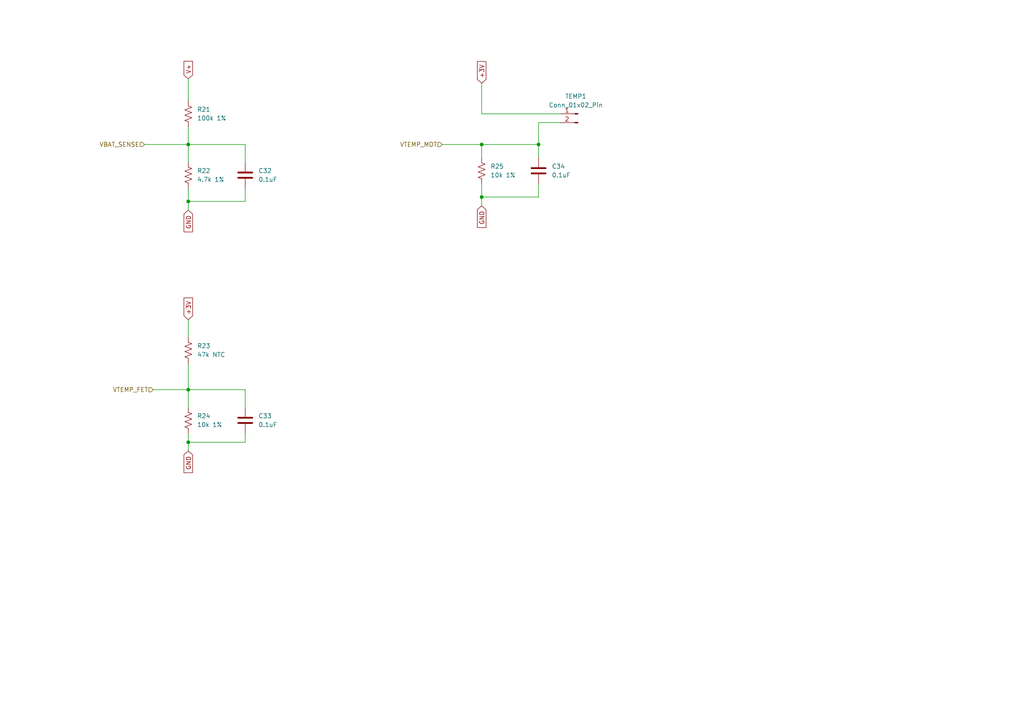
<source format=kicad_sch>
(kicad_sch
	(version 20231120)
	(generator "eeschema")
	(generator_version "8.0")
	(uuid "5644c9c5-4113-4a8a-931a-a19755fdb5aa")
	(paper "A4")
	(title_block
		(title "moteus-x1")
		(rev "1")
	)
	(lib_symbols
		(symbol "Connector:Conn_01x02_Pin"
			(pin_names
				(offset 1.016) hide)
			(exclude_from_sim no)
			(in_bom yes)
			(on_board yes)
			(property "Reference" "J"
				(at 0 2.54 0)
				(effects
					(font
						(size 1.27 1.27)
					)
				)
			)
			(property "Value" "Conn_01x02_Pin"
				(at 0 -5.08 0)
				(effects
					(font
						(size 1.27 1.27)
					)
				)
			)
			(property "Footprint" ""
				(at 0 0 0)
				(effects
					(font
						(size 1.27 1.27)
					)
					(hide yes)
				)
			)
			(property "Datasheet" "~"
				(at 0 0 0)
				(effects
					(font
						(size 1.27 1.27)
					)
					(hide yes)
				)
			)
			(property "Description" "Generic connector, single row, 01x02, script generated"
				(at 0 0 0)
				(effects
					(font
						(size 1.27 1.27)
					)
					(hide yes)
				)
			)
			(property "ki_locked" ""
				(at 0 0 0)
				(effects
					(font
						(size 1.27 1.27)
					)
				)
			)
			(property "ki_keywords" "connector"
				(at 0 0 0)
				(effects
					(font
						(size 1.27 1.27)
					)
					(hide yes)
				)
			)
			(property "ki_fp_filters" "Connector*:*_1x??_*"
				(at 0 0 0)
				(effects
					(font
						(size 1.27 1.27)
					)
					(hide yes)
				)
			)
			(symbol "Conn_01x02_Pin_1_1"
				(polyline
					(pts
						(xy 1.27 -2.54) (xy 0.8636 -2.54)
					)
					(stroke
						(width 0.1524)
						(type default)
					)
					(fill
						(type none)
					)
				)
				(polyline
					(pts
						(xy 1.27 0) (xy 0.8636 0)
					)
					(stroke
						(width 0.1524)
						(type default)
					)
					(fill
						(type none)
					)
				)
				(rectangle
					(start 0.8636 -2.413)
					(end 0 -2.667)
					(stroke
						(width 0.1524)
						(type default)
					)
					(fill
						(type outline)
					)
				)
				(rectangle
					(start 0.8636 0.127)
					(end 0 -0.127)
					(stroke
						(width 0.1524)
						(type default)
					)
					(fill
						(type outline)
					)
				)
				(pin passive line
					(at 5.08 0 180)
					(length 3.81)
					(name "Pin_1"
						(effects
							(font
								(size 1.27 1.27)
							)
						)
					)
					(number "1"
						(effects
							(font
								(size 1.27 1.27)
							)
						)
					)
				)
				(pin passive line
					(at 5.08 -2.54 180)
					(length 3.81)
					(name "Pin_2"
						(effects
							(font
								(size 1.27 1.27)
							)
						)
					)
					(number "2"
						(effects
							(font
								(size 1.27 1.27)
							)
						)
					)
				)
			)
		)
		(symbol "Device:C"
			(pin_numbers hide)
			(pin_names
				(offset 0.254)
			)
			(exclude_from_sim no)
			(in_bom yes)
			(on_board yes)
			(property "Reference" "C"
				(at 0.635 2.54 0)
				(effects
					(font
						(size 1.27 1.27)
					)
					(justify left)
				)
			)
			(property "Value" "C"
				(at 0.635 -2.54 0)
				(effects
					(font
						(size 1.27 1.27)
					)
					(justify left)
				)
			)
			(property "Footprint" ""
				(at 0.9652 -3.81 0)
				(effects
					(font
						(size 1.27 1.27)
					)
					(hide yes)
				)
			)
			(property "Datasheet" "~"
				(at 0 0 0)
				(effects
					(font
						(size 1.27 1.27)
					)
					(hide yes)
				)
			)
			(property "Description" "Unpolarized capacitor"
				(at 0 0 0)
				(effects
					(font
						(size 1.27 1.27)
					)
					(hide yes)
				)
			)
			(property "ki_keywords" "cap capacitor"
				(at 0 0 0)
				(effects
					(font
						(size 1.27 1.27)
					)
					(hide yes)
				)
			)
			(property "ki_fp_filters" "C_*"
				(at 0 0 0)
				(effects
					(font
						(size 1.27 1.27)
					)
					(hide yes)
				)
			)
			(symbol "C_0_1"
				(polyline
					(pts
						(xy -2.032 -0.762) (xy 2.032 -0.762)
					)
					(stroke
						(width 0.508)
						(type default)
					)
					(fill
						(type none)
					)
				)
				(polyline
					(pts
						(xy -2.032 0.762) (xy 2.032 0.762)
					)
					(stroke
						(width 0.508)
						(type default)
					)
					(fill
						(type none)
					)
				)
			)
			(symbol "C_1_1"
				(pin passive line
					(at 0 3.81 270)
					(length 2.794)
					(name "~"
						(effects
							(font
								(size 1.27 1.27)
							)
						)
					)
					(number "1"
						(effects
							(font
								(size 1.27 1.27)
							)
						)
					)
				)
				(pin passive line
					(at 0 -3.81 90)
					(length 2.794)
					(name "~"
						(effects
							(font
								(size 1.27 1.27)
							)
						)
					)
					(number "2"
						(effects
							(font
								(size 1.27 1.27)
							)
						)
					)
				)
			)
		)
		(symbol "Device:R_US"
			(pin_numbers hide)
			(pin_names
				(offset 0)
			)
			(exclude_from_sim no)
			(in_bom yes)
			(on_board yes)
			(property "Reference" "R"
				(at 2.54 0 90)
				(effects
					(font
						(size 1.27 1.27)
					)
				)
			)
			(property "Value" "R_US"
				(at -2.54 0 90)
				(effects
					(font
						(size 1.27 1.27)
					)
				)
			)
			(property "Footprint" ""
				(at 1.016 -0.254 90)
				(effects
					(font
						(size 1.27 1.27)
					)
					(hide yes)
				)
			)
			(property "Datasheet" "~"
				(at 0 0 0)
				(effects
					(font
						(size 1.27 1.27)
					)
					(hide yes)
				)
			)
			(property "Description" "Resistor, US symbol"
				(at 0 0 0)
				(effects
					(font
						(size 1.27 1.27)
					)
					(hide yes)
				)
			)
			(property "ki_keywords" "R res resistor"
				(at 0 0 0)
				(effects
					(font
						(size 1.27 1.27)
					)
					(hide yes)
				)
			)
			(property "ki_fp_filters" "R_*"
				(at 0 0 0)
				(effects
					(font
						(size 1.27 1.27)
					)
					(hide yes)
				)
			)
			(symbol "R_US_0_1"
				(polyline
					(pts
						(xy 0 -2.286) (xy 0 -2.54)
					)
					(stroke
						(width 0)
						(type default)
					)
					(fill
						(type none)
					)
				)
				(polyline
					(pts
						(xy 0 2.286) (xy 0 2.54)
					)
					(stroke
						(width 0)
						(type default)
					)
					(fill
						(type none)
					)
				)
				(polyline
					(pts
						(xy 0 -0.762) (xy 1.016 -1.143) (xy 0 -1.524) (xy -1.016 -1.905) (xy 0 -2.286)
					)
					(stroke
						(width 0)
						(type default)
					)
					(fill
						(type none)
					)
				)
				(polyline
					(pts
						(xy 0 0.762) (xy 1.016 0.381) (xy 0 0) (xy -1.016 -0.381) (xy 0 -0.762)
					)
					(stroke
						(width 0)
						(type default)
					)
					(fill
						(type none)
					)
				)
				(polyline
					(pts
						(xy 0 2.286) (xy 1.016 1.905) (xy 0 1.524) (xy -1.016 1.143) (xy 0 0.762)
					)
					(stroke
						(width 0)
						(type default)
					)
					(fill
						(type none)
					)
				)
			)
			(symbol "R_US_1_1"
				(pin passive line
					(at 0 3.81 270)
					(length 1.27)
					(name "~"
						(effects
							(font
								(size 1.27 1.27)
							)
						)
					)
					(number "1"
						(effects
							(font
								(size 1.27 1.27)
							)
						)
					)
				)
				(pin passive line
					(at 0 -3.81 90)
					(length 1.27)
					(name "~"
						(effects
							(font
								(size 1.27 1.27)
							)
						)
					)
					(number "2"
						(effects
							(font
								(size 1.27 1.27)
							)
						)
					)
				)
			)
		)
	)
	(junction
		(at 54.61 113.03)
		(diameter 0)
		(color 0 0 0 0)
		(uuid "0a3fd369-17f2-4b86-b6e7-e82f4780dea9")
	)
	(junction
		(at 139.7 57.15)
		(diameter 0)
		(color 0 0 0 0)
		(uuid "44a3471b-f8df-4583-b6ec-733853c8fa94")
	)
	(junction
		(at 156.21 41.91)
		(diameter 0)
		(color 0 0 0 0)
		(uuid "5581859f-4b28-4fa4-9e81-4ca0e3408f30")
	)
	(junction
		(at 139.7 41.91)
		(diameter 0)
		(color 0 0 0 0)
		(uuid "57bf3918-778a-4da6-9f22-58ba3438c010")
	)
	(junction
		(at 54.61 41.91)
		(diameter 0)
		(color 0 0 0 0)
		(uuid "6355c5a7-9594-4e78-bdb5-349cfcef03f5")
	)
	(junction
		(at 54.61 128.27)
		(diameter 0)
		(color 0 0 0 0)
		(uuid "af14d115-aca9-4fe9-8e66-106a6ad8d0e6")
	)
	(junction
		(at 54.61 58.42)
		(diameter 0)
		(color 0 0 0 0)
		(uuid "df546345-6529-4ac3-b72e-2a10f6b3e783")
	)
	(wire
		(pts
			(xy 54.61 58.42) (xy 54.61 60.96)
		)
		(stroke
			(width 0)
			(type default)
		)
		(uuid "05279b99-78ef-47b3-90b3-68e3d2c4ccf9")
	)
	(wire
		(pts
			(xy 54.61 36.83) (xy 54.61 41.91)
		)
		(stroke
			(width 0)
			(type default)
		)
		(uuid "0e7c5b17-d2f0-47fd-bafc-2a931d0d6979")
	)
	(wire
		(pts
			(xy 139.7 57.15) (xy 139.7 59.69)
		)
		(stroke
			(width 0)
			(type default)
		)
		(uuid "1bad80fd-09a6-4509-875a-77ae2c779b27")
	)
	(wire
		(pts
			(xy 54.61 92.71) (xy 54.61 97.79)
		)
		(stroke
			(width 0)
			(type default)
		)
		(uuid "213bfd29-7c42-406e-ad37-fce90b52812c")
	)
	(wire
		(pts
			(xy 139.7 53.34) (xy 139.7 57.15)
		)
		(stroke
			(width 0)
			(type default)
		)
		(uuid "36ecb29d-54d8-4743-9518-29941dfc3009")
	)
	(wire
		(pts
			(xy 139.7 41.91) (xy 139.7 45.72)
		)
		(stroke
			(width 0)
			(type default)
		)
		(uuid "446a72b4-0404-4da8-a8a6-a9c27b978368")
	)
	(wire
		(pts
			(xy 128.27 41.91) (xy 139.7 41.91)
		)
		(stroke
			(width 0)
			(type default)
		)
		(uuid "48e2c340-19a7-4acd-949f-80920c9aab82")
	)
	(wire
		(pts
			(xy 139.7 57.15) (xy 156.21 57.15)
		)
		(stroke
			(width 0)
			(type default)
		)
		(uuid "4b2e5ff9-45d8-4a1d-a4db-22dd86c95e72")
	)
	(wire
		(pts
			(xy 156.21 35.56) (xy 162.56 35.56)
		)
		(stroke
			(width 0)
			(type default)
		)
		(uuid "523c1125-3e83-4d11-82bc-f3cb89894f9a")
	)
	(wire
		(pts
			(xy 54.61 113.03) (xy 54.61 118.11)
		)
		(stroke
			(width 0)
			(type default)
		)
		(uuid "54ff81f9-014e-4d6a-8562-fc449b5b5354")
	)
	(wire
		(pts
			(xy 71.12 58.42) (xy 71.12 54.61)
		)
		(stroke
			(width 0)
			(type default)
		)
		(uuid "5935ff60-4e98-4b98-8f0f-5fb14451f6d9")
	)
	(wire
		(pts
			(xy 54.61 41.91) (xy 54.61 46.99)
		)
		(stroke
			(width 0)
			(type default)
		)
		(uuid "7aa12540-baac-4ac2-bc51-5ffb0268c7a0")
	)
	(wire
		(pts
			(xy 54.61 54.61) (xy 54.61 58.42)
		)
		(stroke
			(width 0)
			(type default)
		)
		(uuid "83d41dd2-4a0b-4eef-b613-aa33b7420fbc")
	)
	(wire
		(pts
			(xy 156.21 41.91) (xy 156.21 45.72)
		)
		(stroke
			(width 0)
			(type default)
		)
		(uuid "8660b560-18bc-4353-ab00-fe1ddf2da257")
	)
	(wire
		(pts
			(xy 71.12 128.27) (xy 71.12 125.73)
		)
		(stroke
			(width 0)
			(type default)
		)
		(uuid "877c9a4e-2568-4441-b360-9c7c493a99c5")
	)
	(wire
		(pts
			(xy 54.61 41.91) (xy 71.12 41.91)
		)
		(stroke
			(width 0)
			(type default)
		)
		(uuid "8a80da06-28ee-4bb5-935c-c1073d894727")
	)
	(wire
		(pts
			(xy 54.61 58.42) (xy 71.12 58.42)
		)
		(stroke
			(width 0)
			(type default)
		)
		(uuid "8f6d78a0-d5c0-41ec-aebf-506e8577ebce")
	)
	(wire
		(pts
			(xy 139.7 33.02) (xy 162.56 33.02)
		)
		(stroke
			(width 0)
			(type default)
		)
		(uuid "9b7801a2-74bd-4d6d-9696-380914c4d446")
	)
	(wire
		(pts
			(xy 54.61 128.27) (xy 54.61 130.81)
		)
		(stroke
			(width 0)
			(type default)
		)
		(uuid "a4cca612-98c9-4ac1-9853-626345575cde")
	)
	(wire
		(pts
			(xy 139.7 41.91) (xy 156.21 41.91)
		)
		(stroke
			(width 0)
			(type default)
		)
		(uuid "aa8ee67f-f2d5-417d-bdb6-1e0934ce6d1b")
	)
	(wire
		(pts
			(xy 54.61 22.86) (xy 54.61 29.21)
		)
		(stroke
			(width 0)
			(type default)
		)
		(uuid "b8d3967a-e8da-448f-8808-f8f8a41216ef")
	)
	(wire
		(pts
			(xy 139.7 24.13) (xy 139.7 33.02)
		)
		(stroke
			(width 0)
			(type default)
		)
		(uuid "bd34a733-6d9c-4b7c-bf96-3d29714b0908")
	)
	(wire
		(pts
			(xy 54.61 128.27) (xy 71.12 128.27)
		)
		(stroke
			(width 0)
			(type default)
		)
		(uuid "c96fe059-951d-42d8-8b20-fb1003595c34")
	)
	(wire
		(pts
			(xy 44.45 113.03) (xy 54.61 113.03)
		)
		(stroke
			(width 0)
			(type default)
		)
		(uuid "ca60a134-a3c4-45e1-b5b4-bb4566358246")
	)
	(wire
		(pts
			(xy 156.21 57.15) (xy 156.21 53.34)
		)
		(stroke
			(width 0)
			(type default)
		)
		(uuid "ca6c2038-10ad-4bbc-bc3e-65af57aee875")
	)
	(wire
		(pts
			(xy 54.61 113.03) (xy 71.12 113.03)
		)
		(stroke
			(width 0)
			(type default)
		)
		(uuid "d626a1b5-9fc2-4ee0-881d-7da341a2c30e")
	)
	(wire
		(pts
			(xy 54.61 105.41) (xy 54.61 113.03)
		)
		(stroke
			(width 0)
			(type default)
		)
		(uuid "ddde61c7-bfb1-4036-b138-8a2093a46c79")
	)
	(wire
		(pts
			(xy 71.12 46.99) (xy 71.12 41.91)
		)
		(stroke
			(width 0)
			(type default)
		)
		(uuid "dec4a29a-bc72-4219-8000-a2af05481b42")
	)
	(wire
		(pts
			(xy 41.91 41.91) (xy 54.61 41.91)
		)
		(stroke
			(width 0)
			(type default)
		)
		(uuid "e39f01d6-c5ad-4c1f-a0e0-20f7c92f1ee0")
	)
	(wire
		(pts
			(xy 54.61 125.73) (xy 54.61 128.27)
		)
		(stroke
			(width 0)
			(type default)
		)
		(uuid "efc085a0-1e9a-4069-a414-1636ae5ade69")
	)
	(wire
		(pts
			(xy 71.12 113.03) (xy 71.12 118.11)
		)
		(stroke
			(width 0)
			(type default)
		)
		(uuid "fa5df1f4-206b-4df0-a662-8c755e02dfa0")
	)
	(wire
		(pts
			(xy 156.21 41.91) (xy 156.21 35.56)
		)
		(stroke
			(width 0)
			(type default)
		)
		(uuid "fa80245a-06a4-4c6b-a90b-056e1674cfb6")
	)
	(global_label "+3V"
		(shape input)
		(at 54.61 92.71 90)
		(fields_autoplaced yes)
		(effects
			(font
				(size 1.27 1.27)
			)
			(justify left)
		)
		(uuid "2b3ea5f5-6d29-4596-a162-e8c287de7e7c")
		(property "Intersheetrefs" "${INTERSHEET_REFS}"
			(at 54.61 85.8543 90)
			(effects
				(font
					(size 1.27 1.27)
				)
				(justify left)
				(hide yes)
			)
		)
	)
	(global_label "V+"
		(shape input)
		(at 54.61 22.86 90)
		(fields_autoplaced yes)
		(effects
			(font
				(size 1.27 1.27)
			)
			(justify left)
		)
		(uuid "6734b807-b228-4101-8a07-cb9262628f6d")
		(property "Intersheetrefs" "${INTERSHEET_REFS}"
			(at 54.61 17.2138 90)
			(effects
				(font
					(size 1.27 1.27)
				)
				(justify left)
				(hide yes)
			)
		)
	)
	(global_label "+3V"
		(shape input)
		(at 139.7 24.13 90)
		(fields_autoplaced yes)
		(effects
			(font
				(size 1.27 1.27)
			)
			(justify left)
		)
		(uuid "6d2aa085-167a-4d09-8b62-514a1e98558b")
		(property "Intersheetrefs" "${INTERSHEET_REFS}"
			(at 139.7 17.2743 90)
			(effects
				(font
					(size 1.27 1.27)
				)
				(justify left)
				(hide yes)
			)
		)
	)
	(global_label "GND"
		(shape input)
		(at 54.61 60.96 270)
		(fields_autoplaced yes)
		(effects
			(font
				(size 1.27 1.27)
			)
			(justify right)
		)
		(uuid "8b735d53-d04b-4590-88f1-92bc983e7f13")
		(property "Intersheetrefs" "${INTERSHEET_REFS}"
			(at 54.61 67.8157 90)
			(effects
				(font
					(size 1.27 1.27)
				)
				(justify right)
				(hide yes)
			)
		)
	)
	(global_label "GND"
		(shape input)
		(at 54.61 130.81 270)
		(fields_autoplaced yes)
		(effects
			(font
				(size 1.27 1.27)
			)
			(justify right)
		)
		(uuid "b8414077-9c9e-48c9-8411-d089cdf949ee")
		(property "Intersheetrefs" "${INTERSHEET_REFS}"
			(at 54.61 137.6657 90)
			(effects
				(font
					(size 1.27 1.27)
				)
				(justify right)
				(hide yes)
			)
		)
	)
	(global_label "GND"
		(shape input)
		(at 139.7 59.69 270)
		(fields_autoplaced yes)
		(effects
			(font
				(size 1.27 1.27)
			)
			(justify right)
		)
		(uuid "c2124ad7-d5cb-46ca-bb6d-fc1145de07b0")
		(property "Intersheetrefs" "${INTERSHEET_REFS}"
			(at 139.7 66.5457 90)
			(effects
				(font
					(size 1.27 1.27)
				)
				(justify right)
				(hide yes)
			)
		)
	)
	(hierarchical_label "VTEMP_MOT"
		(shape input)
		(at 128.27 41.91 180)
		(fields_autoplaced yes)
		(effects
			(font
				(size 1.27 1.27)
			)
			(justify right)
		)
		(uuid "12567e95-03d8-4b12-94ce-d935d74e3972")
	)
	(hierarchical_label "VBAT_SENSE"
		(shape input)
		(at 41.91 41.91 180)
		(fields_autoplaced yes)
		(effects
			(font
				(size 1.27 1.27)
			)
			(justify right)
		)
		(uuid "1fd49181-528c-4ed9-8925-6998c7eb3453")
	)
	(hierarchical_label "VTEMP_FET"
		(shape input)
		(at 44.45 113.03 180)
		(fields_autoplaced yes)
		(effects
			(font
				(size 1.27 1.27)
			)
			(justify right)
		)
		(uuid "a80e6280-b9bc-48dc-9087-c28434b620c3")
	)
	(symbol
		(lib_id "Connector:Conn_01x02_Pin")
		(at 167.64 33.02 0)
		(mirror y)
		(unit 1)
		(exclude_from_sim no)
		(in_bom no)
		(on_board yes)
		(dnp no)
		(uuid "03c87e37-ce59-4537-8993-9261c4fe2dda")
		(property "Reference" "TEMP1"
			(at 167.005 27.94 0)
			(effects
				(font
					(size 1.27 1.27)
				)
			)
		)
		(property "Value" "Conn_01x02_Pin"
			(at 167.005 30.48 0)
			(effects
				(font
					(size 1.27 1.27)
				)
			)
		)
		(property "Footprint" "Connector_PinHeader_2.54mm:PinHeader_1x02_P2.54mm_Vertical"
			(at 167.64 33.02 0)
			(effects
				(font
					(size 1.27 1.27)
				)
				(hide yes)
			)
		)
		(property "Datasheet" "~"
			(at 167.64 33.02 0)
			(effects
				(font
					(size 1.27 1.27)
				)
				(hide yes)
			)
		)
		(property "Description" ""
			(at 167.64 33.02 0)
			(effects
				(font
					(size 1.27 1.27)
				)
				(hide yes)
			)
		)
		(pin "1"
			(uuid "665c8f10-5dd5-489c-9700-0c17ef5493da")
		)
		(pin "2"
			(uuid "17ac0476-94cc-46dd-8397-4ec216196cc9")
		)
		(instances
			(project "moteus_x1"
				(path "/bd70986b-b0dc-4add-82aa-78459b97d0c4/48d13d89-b8be-47a2-a862-a49a2f59de27"
					(reference "TEMP1")
					(unit 1)
				)
			)
		)
	)
	(symbol
		(lib_id "Device:C")
		(at 71.12 121.92 0)
		(unit 1)
		(exclude_from_sim no)
		(in_bom yes)
		(on_board yes)
		(dnp no)
		(fields_autoplaced yes)
		(uuid "1489ad61-356a-403a-8762-f59d5bb55035")
		(property "Reference" "C33"
			(at 74.93 120.65 0)
			(effects
				(font
					(size 1.27 1.27)
				)
				(justify left)
			)
		)
		(property "Value" "0.1uF"
			(at 74.93 123.19 0)
			(effects
				(font
					(size 1.27 1.27)
				)
				(justify left)
			)
		)
		(property "Footprint" "Capacitor_SMD:C_0402_1005Metric"
			(at 72.0852 125.73 0)
			(effects
				(font
					(size 1.27 1.27)
				)
				(hide yes)
			)
		)
		(property "Datasheet" "~"
			(at 71.12 121.92 0)
			(effects
				(font
					(size 1.27 1.27)
				)
				(hide yes)
			)
		)
		(property "Description" ""
			(at 71.12 121.92 0)
			(effects
				(font
					(size 1.27 1.27)
				)
				(hide yes)
			)
		)
		(property "MPN" "MF-CAP-0402-0.1uF"
			(at 71.12 121.92 0)
			(effects
				(font
					(size 1.27 1.27)
				)
				(hide yes)
			)
		)
		(property "POPULATE" "1"
			(at 71.12 121.92 0)
			(effects
				(font
					(size 1.27 1.27)
				)
				(hide yes)
			)
		)
		(pin "1"
			(uuid "f45b8784-8c1e-4f6c-8204-ed3297128b72")
		)
		(pin "2"
			(uuid "ea6de24d-836c-4981-94a9-81cbf7ff72d4")
		)
		(instances
			(project "moteus_x1"
				(path "/bd70986b-b0dc-4add-82aa-78459b97d0c4/48d13d89-b8be-47a2-a862-a49a2f59de27"
					(reference "C33")
					(unit 1)
				)
			)
		)
	)
	(symbol
		(lib_id "Device:R_US")
		(at 54.61 50.8 0)
		(unit 1)
		(exclude_from_sim no)
		(in_bom yes)
		(on_board yes)
		(dnp no)
		(fields_autoplaced yes)
		(uuid "5a2e9b40-268f-4e18-ac11-a0f96b60dbc5")
		(property "Reference" "R22"
			(at 57.15 49.53 0)
			(effects
				(font
					(size 1.27 1.27)
				)
				(justify left)
			)
		)
		(property "Value" "4.7k 1%"
			(at 57.15 52.07 0)
			(effects
				(font
					(size 1.27 1.27)
				)
				(justify left)
			)
		)
		(property "Footprint" "Resistor_SMD:R_0402_1005Metric"
			(at 55.626 51.054 90)
			(effects
				(font
					(size 1.27 1.27)
				)
				(hide yes)
			)
		)
		(property "Datasheet" "~"
			(at 54.61 50.8 0)
			(effects
				(font
					(size 1.27 1.27)
				)
				(hide yes)
			)
		)
		(property "Description" ""
			(at 54.61 50.8 0)
			(effects
				(font
					(size 1.27 1.27)
				)
				(hide yes)
			)
		)
		(property "MPN" "RC0402FR-074K7L"
			(at 54.61 50.8 0)
			(effects
				(font
					(size 1.27 1.27)
				)
				(hide yes)
			)
		)
		(property "MF" "YAGEO"
			(at 54.61 50.8 0)
			(effects
				(font
					(size 1.27 1.27)
				)
				(hide yes)
			)
		)
		(property "POPULATE" "1"
			(at 54.61 50.8 0)
			(effects
				(font
					(size 1.27 1.27)
				)
				(hide yes)
			)
		)
		(pin "1"
			(uuid "9884bda4-6c2b-4d73-b965-07331942c656")
		)
		(pin "2"
			(uuid "04e71e1c-6e4d-4128-93a1-837291967ddf")
		)
		(instances
			(project "moteus_x1"
				(path "/bd70986b-b0dc-4add-82aa-78459b97d0c4/48d13d89-b8be-47a2-a862-a49a2f59de27"
					(reference "R22")
					(unit 1)
				)
			)
		)
	)
	(symbol
		(lib_id "Device:R_US")
		(at 54.61 121.92 0)
		(unit 1)
		(exclude_from_sim no)
		(in_bom yes)
		(on_board yes)
		(dnp no)
		(fields_autoplaced yes)
		(uuid "6d0347a9-6359-4310-a55e-f457a87af735")
		(property "Reference" "R24"
			(at 57.15 120.65 0)
			(effects
				(font
					(size 1.27 1.27)
				)
				(justify left)
			)
		)
		(property "Value" "10k 1%"
			(at 57.15 123.19 0)
			(effects
				(font
					(size 1.27 1.27)
				)
				(justify left)
			)
		)
		(property "Footprint" "Resistor_SMD:R_0402_1005Metric"
			(at 55.626 122.174 90)
			(effects
				(font
					(size 1.27 1.27)
				)
				(hide yes)
			)
		)
		(property "Datasheet" "~"
			(at 54.61 121.92 0)
			(effects
				(font
					(size 1.27 1.27)
				)
				(hide yes)
			)
		)
		(property "Description" ""
			(at 54.61 121.92 0)
			(effects
				(font
					(size 1.27 1.27)
				)
				(hide yes)
			)
		)
		(property "MPN" "RC0402FR-0710KL"
			(at 54.61 121.92 0)
			(effects
				(font
					(size 1.27 1.27)
				)
				(hide yes)
			)
		)
		(property "MF" "YAGEO"
			(at 54.61 121.92 0)
			(effects
				(font
					(size 1.27 1.27)
				)
				(hide yes)
			)
		)
		(property "POPULATE" "1"
			(at 54.61 121.92 0)
			(effects
				(font
					(size 1.27 1.27)
				)
				(hide yes)
			)
		)
		(pin "1"
			(uuid "a047516d-ff67-4406-88e1-5a39c1b3b906")
		)
		(pin "2"
			(uuid "e22c0ded-f490-4ba0-ac9a-1de3ea1d79a0")
		)
		(instances
			(project "moteus_x1"
				(path "/bd70986b-b0dc-4add-82aa-78459b97d0c4/48d13d89-b8be-47a2-a862-a49a2f59de27"
					(reference "R24")
					(unit 1)
				)
			)
		)
	)
	(symbol
		(lib_id "Device:R_US")
		(at 139.7 49.53 0)
		(unit 1)
		(exclude_from_sim no)
		(in_bom yes)
		(on_board yes)
		(dnp no)
		(fields_autoplaced yes)
		(uuid "9426754d-e386-43f1-829b-faf14b6449bb")
		(property "Reference" "R25"
			(at 142.24 48.26 0)
			(effects
				(font
					(size 1.27 1.27)
				)
				(justify left)
			)
		)
		(property "Value" "10k 1%"
			(at 142.24 50.8 0)
			(effects
				(font
					(size 1.27 1.27)
				)
				(justify left)
			)
		)
		(property "Footprint" "Resistor_SMD:R_0402_1005Metric"
			(at 140.716 49.784 90)
			(effects
				(font
					(size 1.27 1.27)
				)
				(hide yes)
			)
		)
		(property "Datasheet" "~"
			(at 139.7 49.53 0)
			(effects
				(font
					(size 1.27 1.27)
				)
				(hide yes)
			)
		)
		(property "Description" ""
			(at 139.7 49.53 0)
			(effects
				(font
					(size 1.27 1.27)
				)
				(hide yes)
			)
		)
		(property "MPN" "RC0402FR-0710KL"
			(at 139.7 49.53 0)
			(effects
				(font
					(size 1.27 1.27)
				)
				(hide yes)
			)
		)
		(property "MF" "YAGEO"
			(at 139.7 49.53 0)
			(effects
				(font
					(size 1.27 1.27)
				)
				(hide yes)
			)
		)
		(property "POPULATE" "1"
			(at 139.7 49.53 0)
			(effects
				(font
					(size 1.27 1.27)
				)
				(hide yes)
			)
		)
		(pin "1"
			(uuid "df41c009-5bd6-460c-a258-9f2dea28b2a6")
		)
		(pin "2"
			(uuid "bbeee05b-91d7-4b45-ae40-f65358f6eb76")
		)
		(instances
			(project "moteus_x1"
				(path "/bd70986b-b0dc-4add-82aa-78459b97d0c4/48d13d89-b8be-47a2-a862-a49a2f59de27"
					(reference "R25")
					(unit 1)
				)
			)
		)
	)
	(symbol
		(lib_id "Device:C")
		(at 71.12 50.8 0)
		(unit 1)
		(exclude_from_sim no)
		(in_bom yes)
		(on_board yes)
		(dnp no)
		(fields_autoplaced yes)
		(uuid "a25f8fd5-816e-4f92-ab5d-5d87a7ce554c")
		(property "Reference" "C32"
			(at 74.93 49.53 0)
			(effects
				(font
					(size 1.27 1.27)
				)
				(justify left)
			)
		)
		(property "Value" "0.1uF"
			(at 74.93 52.07 0)
			(effects
				(font
					(size 1.27 1.27)
				)
				(justify left)
			)
		)
		(property "Footprint" "Capacitor_SMD:C_0402_1005Metric"
			(at 72.0852 54.61 0)
			(effects
				(font
					(size 1.27 1.27)
				)
				(hide yes)
			)
		)
		(property "Datasheet" "~"
			(at 71.12 50.8 0)
			(effects
				(font
					(size 1.27 1.27)
				)
				(hide yes)
			)
		)
		(property "Description" ""
			(at 71.12 50.8 0)
			(effects
				(font
					(size 1.27 1.27)
				)
				(hide yes)
			)
		)
		(property "MPN" "MF-CAP-0402-0.1uF"
			(at 71.12 50.8 0)
			(effects
				(font
					(size 1.27 1.27)
				)
				(hide yes)
			)
		)
		(property "POPULATE" "1"
			(at 71.12 50.8 0)
			(effects
				(font
					(size 1.27 1.27)
				)
				(hide yes)
			)
		)
		(pin "1"
			(uuid "cd8f2716-c89a-4ead-b3cf-eb44ae93c59f")
		)
		(pin "2"
			(uuid "ba8aa703-ac1f-4af7-9077-65c14d5c7e52")
		)
		(instances
			(project "moteus_x1"
				(path "/bd70986b-b0dc-4add-82aa-78459b97d0c4/48d13d89-b8be-47a2-a862-a49a2f59de27"
					(reference "C32")
					(unit 1)
				)
			)
		)
	)
	(symbol
		(lib_id "Device:R_US")
		(at 54.61 101.6 0)
		(unit 1)
		(exclude_from_sim no)
		(in_bom yes)
		(on_board yes)
		(dnp no)
		(fields_autoplaced yes)
		(uuid "d442f21f-184e-4091-b787-fc64c14dc994")
		(property "Reference" "R23"
			(at 57.15 100.33 0)
			(effects
				(font
					(size 1.27 1.27)
				)
				(justify left)
			)
		)
		(property "Value" "47k NTC"
			(at 57.15 102.87 0)
			(effects
				(font
					(size 1.27 1.27)
				)
				(justify left)
			)
		)
		(property "Footprint" "Resistor_SMD:R_0402_1005Metric"
			(at 55.626 101.854 90)
			(effects
				(font
					(size 1.27 1.27)
				)
				(hide yes)
			)
		)
		(property "Datasheet" "~"
			(at 54.61 101.6 0)
			(effects
				(font
					(size 1.27 1.27)
				)
				(hide yes)
			)
		)
		(property "Description" ""
			(at 54.61 101.6 0)
			(effects
				(font
					(size 1.27 1.27)
				)
				(hide yes)
			)
		)
		(property "MPN" "NCP15WB473F03RC"
			(at 54.61 101.6 0)
			(effects
				(font
					(size 1.27 1.27)
				)
				(hide yes)
			)
		)
		(property "MF" "MURATA"
			(at 54.61 101.6 0)
			(effects
				(font
					(size 1.27 1.27)
				)
				(hide yes)
			)
		)
		(property "POPULATE" "1"
			(at 54.61 101.6 0)
			(effects
				(font
					(size 1.27 1.27)
				)
				(hide yes)
			)
		)
		(pin "1"
			(uuid "eee0f086-a310-4d04-80b2-0fa44bd4fc2d")
		)
		(pin "2"
			(uuid "81d25a76-848c-4816-b08e-149869663925")
		)
		(instances
			(project "moteus_x1"
				(path "/bd70986b-b0dc-4add-82aa-78459b97d0c4/48d13d89-b8be-47a2-a862-a49a2f59de27"
					(reference "R23")
					(unit 1)
				)
			)
		)
	)
	(symbol
		(lib_id "Device:C")
		(at 156.21 49.53 0)
		(unit 1)
		(exclude_from_sim no)
		(in_bom yes)
		(on_board yes)
		(dnp no)
		(fields_autoplaced yes)
		(uuid "d47ff38f-0221-4a8f-a866-6f450000a4e8")
		(property "Reference" "C34"
			(at 160.02 48.26 0)
			(effects
				(font
					(size 1.27 1.27)
				)
				(justify left)
			)
		)
		(property "Value" "0.1uF"
			(at 160.02 50.8 0)
			(effects
				(font
					(size 1.27 1.27)
				)
				(justify left)
			)
		)
		(property "Footprint" "Capacitor_SMD:C_0402_1005Metric"
			(at 157.1752 53.34 0)
			(effects
				(font
					(size 1.27 1.27)
				)
				(hide yes)
			)
		)
		(property "Datasheet" "~"
			(at 156.21 49.53 0)
			(effects
				(font
					(size 1.27 1.27)
				)
				(hide yes)
			)
		)
		(property "Description" ""
			(at 156.21 49.53 0)
			(effects
				(font
					(size 1.27 1.27)
				)
				(hide yes)
			)
		)
		(property "MPN" "MF-CAP-0402-0.1uF"
			(at 156.21 49.53 0)
			(effects
				(font
					(size 1.27 1.27)
				)
				(hide yes)
			)
		)
		(property "POPULATE" "1"
			(at 156.21 49.53 0)
			(effects
				(font
					(size 1.27 1.27)
				)
				(hide yes)
			)
		)
		(pin "1"
			(uuid "08ff6a8b-0b9d-49e8-980b-7db6130cdbaf")
		)
		(pin "2"
			(uuid "90165391-d4d4-4d23-83fd-027f40aa8ea6")
		)
		(instances
			(project "moteus_x1"
				(path "/bd70986b-b0dc-4add-82aa-78459b97d0c4/48d13d89-b8be-47a2-a862-a49a2f59de27"
					(reference "C34")
					(unit 1)
				)
			)
		)
	)
	(symbol
		(lib_id "Device:R_US")
		(at 54.61 33.02 0)
		(unit 1)
		(exclude_from_sim no)
		(in_bom yes)
		(on_board yes)
		(dnp no)
		(fields_autoplaced yes)
		(uuid "e1b23d14-5c96-4c2c-8322-b1c618580b98")
		(property "Reference" "R21"
			(at 57.15 31.75 0)
			(effects
				(font
					(size 1.27 1.27)
				)
				(justify left)
			)
		)
		(property "Value" "100k 1%"
			(at 57.15 34.29 0)
			(effects
				(font
					(size 1.27 1.27)
				)
				(justify left)
			)
		)
		(property "Footprint" "Resistor_SMD:R_0402_1005Metric"
			(at 55.626 33.274 90)
			(effects
				(font
					(size 1.27 1.27)
				)
				(hide yes)
			)
		)
		(property "Datasheet" "~"
			(at 54.61 33.02 0)
			(effects
				(font
					(size 1.27 1.27)
				)
				(hide yes)
			)
		)
		(property "Description" ""
			(at 54.61 33.02 0)
			(effects
				(font
					(size 1.27 1.27)
				)
				(hide yes)
			)
		)
		(property "MPN" "RC0402FR-07100KL"
			(at 54.61 33.02 0)
			(effects
				(font
					(size 1.27 1.27)
				)
				(hide yes)
			)
		)
		(property "MF" "YAGEO"
			(at 54.61 33.02 0)
			(effects
				(font
					(size 1.27 1.27)
				)
				(hide yes)
			)
		)
		(property "POPULATE" "1"
			(at 54.61 33.02 0)
			(effects
				(font
					(size 1.27 1.27)
				)
				(hide yes)
			)
		)
		(pin "1"
			(uuid "f93bb91a-b611-4577-9ffd-727cfc849234")
		)
		(pin "2"
			(uuid "e47d44bc-ca6c-422c-92f5-650475df45b0")
		)
		(instances
			(project "moteus_x1"
				(path "/bd70986b-b0dc-4add-82aa-78459b97d0c4/48d13d89-b8be-47a2-a862-a49a2f59de27"
					(reference "R21")
					(unit 1)
				)
			)
		)
	)
)

</source>
